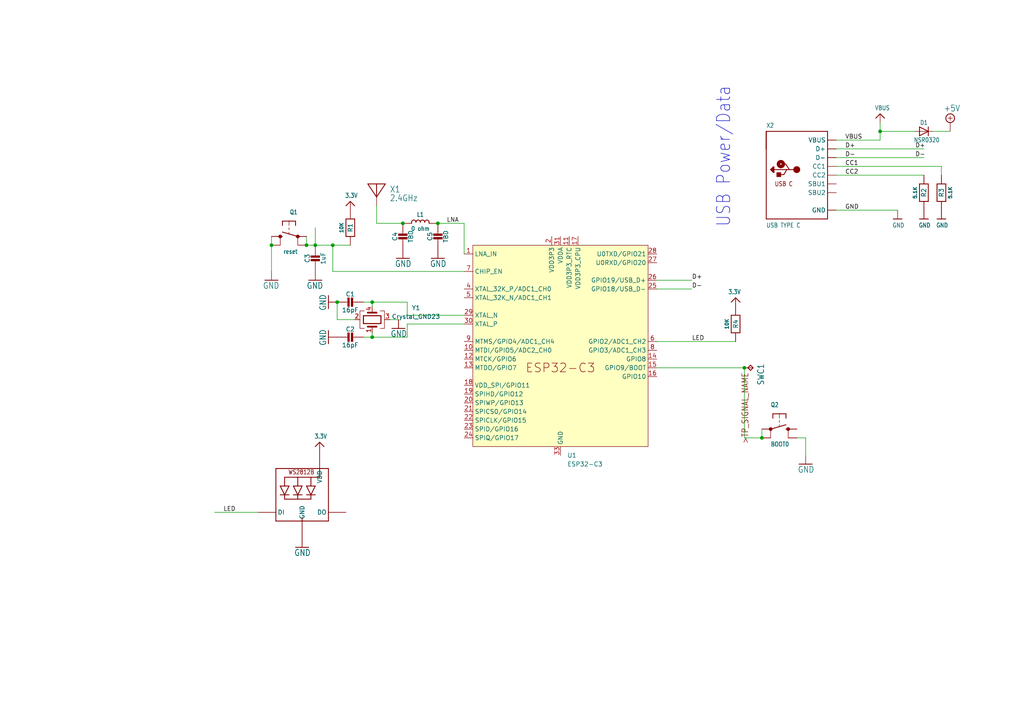
<source format=kicad_sch>
(kicad_sch (version 20230121) (generator eeschema)
  (paper "A4")
  (lib_symbols
    (symbol "Adafruit QT Py ESP32-C3-eagle-import:+5V" (power)
      (property "Value" "+5V" (at -1.905 3.175 0))
      (symbol "+5V_1_0"
        (polyline (pts (xy -0.635 1.27) (xy 0.635 1.27)) (stroke (width 0.1524)))
        (polyline (pts (xy 0 0.635) (xy 0 1.905)) (stroke (width 0.1524)))
        (circle (center 0 1.27) (radius 1.27) (stroke (width 0.254)))
        (pin power_in line (at 0 -2.54 90) (length 2.54) (name "+5V") (number "1"))
      )
    )
    (symbol "Adafruit QT Py ESP32-C3-eagle-import:3.3V" (power)
      (property "Value" "3.3V" (at -1.524 1.016 0))
      (symbol "3.3V_1_0"
        (polyline (pts (xy -1.27 -1.27) (xy 0 0)) (stroke (width 0.254)))
        (polyline (pts (xy 0 0) (xy 1.27 -1.27)) (stroke (width 0.254)))
        (pin power_in line (at 0 -2.54 90) (length 2.54) (name "3.3V") (number "1"))
      )
    )
    (symbol "Adafruit QT Py ESP32-C3-eagle-import:ANTENNA_JOHANSON_2450AT18B100"
      (property "Reference" "X" (at 3.81 1.27 0))
      (symbol "ANTENNA_JOHANSON_2450AT18B100_1_0"
        (polyline (pts (xy -2.54 3.81) (xy 0 0)) (stroke (width 0.254)))
        (polyline (pts (xy 0 0) (xy 0 3.81)) (stroke (width 0.254)))
        (polyline (pts (xy 0 0) (xy 2.54 3.81)) (stroke (width 0.254)))
        (polyline (pts (xy 0 3.81) (xy -2.54 3.81)) (stroke (width 0.254)))
        (polyline (pts (xy 2.54 3.81) (xy 0 3.81)) (stroke (width 0.254)))
        (pin passive line (at 0 -2.54 90) (length 2.54) (name "P$1") (number "FP"))
      )
    )
    (symbol "Adafruit QT Py ESP32-C3-eagle-import:CAP_CERAMIC_0402NO"
      (property "Reference" "C" (at -2.29 1.25 90))
      (symbol "CAP_CERAMIC_0402NO_1_0"
        (rectangle (start -1.27 0.508) (end 1.27 1.016) (fill (type outline)))
        (rectangle (start -1.27 1.524) (end 1.27 2.032) (fill (type outline)))
        (polyline (pts (xy 0 0.762) (xy 0 0)) (stroke (width 0.1524)))
        (polyline (pts (xy 0 2.54) (xy 0 1.778)) (stroke (width 0.1524)))
        (pin passive line (at 0 5.08 270) (length 2.54) (name "1") (number "1"))
        (pin passive line (at 0 -2.54 90) (length 2.54) (name "2") (number "2"))
      )
    )
    (symbol "Adafruit QT Py ESP32-C3-eagle-import:DIODE_SOD323MINI"
      (property "Reference" "D" (at 0 2.54 0))
      (symbol "DIODE_SOD323MINI_1_0"
        (polyline (pts (xy -1.27 -1.27) (xy 1.27 0)) (stroke (width 0.254)))
        (polyline (pts (xy -1.27 1.27) (xy -1.27 -1.27)) (stroke (width 0.254)))
        (polyline (pts (xy 1.27 0) (xy -1.27 1.27)) (stroke (width 0.254)))
        (polyline (pts (xy 1.27 0) (xy 1.27 -1.27)) (stroke (width 0.254)))
        (polyline (pts (xy 1.27 1.27) (xy 1.27 0)) (stroke (width 0.254)))
        (pin passive line (at -2.54 0 0) (length 2.54) (name "A") (number "A"))
        (pin passive line (at 2.54 0 180) (length 2.54) (name "C") (number "C"))
      )
    )
    (symbol "Adafruit QT Py ESP32-C3-eagle-import:GND" (power)
      (property "Value" "GND" (at -2.54 -2.54 0))
      (symbol "GND_1_0"
        (polyline (pts (xy -1.905 0) (xy 1.905 0)) (stroke (width 0.254)))
        (pin power_in line (at 0 2.54 270) (length 2.54) (name "GND") (number "1"))
      )
    )
    (symbol "Adafruit QT Py ESP32-C3-eagle-import:INDUCTOR_0402"
      (property "Reference" "L" (at 0 2.54 0))
      (symbol "INDUCTOR_0402_1_0"
        (arc (start -1.27 0.3173) (mid -1.9049 0.9497) (end -2.54 0.3175) (stroke (width 0.254)))
        (polyline (pts (xy -2.54 0.3175) (xy -2.54 0)) (stroke (width 0.254)))
        (polyline (pts (xy 2.54 0.3175) (xy 2.54 0)) (stroke (width 0.254)))
        (arc (start 0 0.3173) (mid -0.6349 0.9497) (end -1.27 0.3175) (stroke (width 0.254)))
        (arc (start 1.27 0.3173) (mid 0.6351 0.9497) (end 0 0.3175) (stroke (width 0.254)))
        (arc (start 2.54 0.3173) (mid 1.9051 0.9497) (end 1.27 0.3175) (stroke (width 0.254)))
        (pin passive line (at -5.08 0 0) (length 2.54) (name "1") (number "1"))
        (pin passive line (at 5.08 0 180) (length 2.54) (name "2") (number "2"))
      )
    )
    (symbol "Adafruit QT Py ESP32-C3-eagle-import:RESISTOR_0402NO"
      (property "Reference" "R" (at 0 2.54 0))
      (symbol "RESISTOR_0402NO_1_0"
        (polyline (pts (xy -2.54 -1.27) (xy -2.54 1.27)) (stroke (width 0.254)))
        (polyline (pts (xy -2.54 1.27) (xy 2.54 1.27)) (stroke (width 0.254)))
        (polyline (pts (xy 2.54 -1.27) (xy -2.54 -1.27)) (stroke (width 0.254)))
        (polyline (pts (xy 2.54 1.27) (xy 2.54 -1.27)) (stroke (width 0.254)))
        (pin passive line (at -5.08 0 0) (length 2.54) (name "1") (number "1"))
        (pin passive line (at 5.08 0 180) (length 2.54) (name "2") (number "2"))
      )
    )
    (symbol "Adafruit QT Py ESP32-C3-eagle-import:SWITCH_TACT_SMT4.6X2.8"
      (property "Reference" "SW" (at -2.54 6.35 0))
      (symbol "SWITCH_TACT_SMT4.6X2.8_1_0"
        (circle (center -2.54 0) (radius 0.127) (stroke (width 0.4064)))
        (polyline (pts (xy -2.54 -2.54) (xy -2.54 0)) (stroke (width 0.1524)))
        (polyline (pts (xy -2.54 0) (xy 1.905 1.27)) (stroke (width 0.254)))
        (polyline (pts (xy -1.905 4.445) (xy -1.905 3.175)) (stroke (width 0.254)))
        (polyline (pts (xy 0 1.27) (xy 0 0.635)) (stroke (width 0.1524)))
        (polyline (pts (xy 0 2.54) (xy 0 1.905)) (stroke (width 0.1524)))
        (polyline (pts (xy 0 4.445) (xy -1.905 4.445)) (stroke (width 0.254)))
        (polyline (pts (xy 0 4.445) (xy 0 3.175)) (stroke (width 0.1524)))
        (polyline (pts (xy 1.905 0) (xy 2.54 0)) (stroke (width 0.254)))
        (polyline (pts (xy 1.905 4.445) (xy 0 4.445)) (stroke (width 0.254)))
        (polyline (pts (xy 1.905 4.445) (xy 1.905 3.175)) (stroke (width 0.254)))
        (polyline (pts (xy 2.54 -2.54) (xy 2.54 0)) (stroke (width 0.1524)))
        (circle (center 2.54 0) (radius 0.127) (stroke (width 0.4064)))
        (pin passive line (at -5.08 0 0) (length 2.54) (name "P") (number "A"))
        (pin passive line (at -5.08 -2.54 0) (length 2.54) (name "P1") (number "A'"))
        (pin passive line (at 5.08 0 180) (length 2.54) (name "S") (number "B"))
        (pin passive line (at 5.08 -2.54 180) (length 2.54) (name "S1") (number "B'"))
      )
    )
    (symbol "Adafruit QT Py ESP32-C3-eagle-import:SWITCH_TACT_SMT_KMR2SLIM"
      (property "Reference" "SW" (at -2.54 6.35 0))
      (symbol "SWITCH_TACT_SMT_KMR2SLIM_1_0"
        (circle (center -2.54 0) (radius 0.127) (stroke (width 0.4064)))
        (polyline (pts (xy -2.54 -2.54) (xy -2.54 0)) (stroke (width 0.1524)))
        (polyline (pts (xy -2.54 0) (xy 1.905 1.27)) (stroke (width 0.254)))
        (polyline (pts (xy -1.905 4.445) (xy -1.905 3.175)) (stroke (width 0.254)))
        (polyline (pts (xy 0 1.27) (xy 0 0.635)) (stroke (width 0.1524)))
        (polyline (pts (xy 0 2.54) (xy 0 1.905)) (stroke (width 0.1524)))
        (polyline (pts (xy 0 4.445) (xy -1.905 4.445)) (stroke (width 0.254)))
        (polyline (pts (xy 0 4.445) (xy 0 3.175)) (stroke (width 0.1524)))
        (polyline (pts (xy 1.905 0) (xy 2.54 0)) (stroke (width 0.254)))
        (polyline (pts (xy 1.905 4.445) (xy 0 4.445)) (stroke (width 0.254)))
        (polyline (pts (xy 1.905 4.445) (xy 1.905 3.175)) (stroke (width 0.254)))
        (polyline (pts (xy 2.54 -2.54) (xy 2.54 0)) (stroke (width 0.1524)))
        (circle (center 2.54 0) (radius 0.127) (stroke (width 0.4064)))
        (pin passive line (at -5.08 0 0) (length 2.54) (name "P") (number "A"))
        (pin passive line (at -5.08 -2.54 0) (length 2.54) (name "P1") (number "A'"))
        (pin passive line (at 5.08 0 180) (length 2.54) (name "S") (number "B"))
        (pin passive line (at 5.08 -2.54 180) (length 2.54) (name "S1") (number "B'"))
      )
    )
    (symbol "Adafruit QT Py ESP32-C3-eagle-import:TPB1,27"
      (property "Reference" "TP" (at -1.27 1.27 0))
      (symbol "TPB1,27_1_0"
        (polyline (pts (xy -0.762 -0.762) (xy 0 0)) (stroke (width 0.254)))
        (polyline (pts (xy 0 -1.524) (xy -0.762 -0.762)) (stroke (width 0.254)))
        (polyline (pts (xy 0 0) (xy 0.762 -0.762)) (stroke (width 0.254)))
        (polyline (pts (xy 0.762 -0.762) (xy 0 -1.524)) (stroke (width 0.254)))
        (text ">TP_SIGNAL_NAME" (at 1.27 -1.27 0) (effects (font (size 1.778 1.5113)) (justify left bottom)))
        (pin input line (at 0 -2.54 90) (length 2.54) (name "TP") (number "TP"))
      )
    )
    (symbol "Adafruit QT Py ESP32-C3-eagle-import:USB_C"
      (property "Reference" "X" (at -10.16 13.716 0))
      (symbol "USB_C_1_0"
        (rectangle (start -7.12 -0.45) (end -5.92 0.75) (fill (type outline)))
        (circle (center -5.92 3.2) (radius 0.2) (stroke (width 1)))
        (circle (center -1.32 1.6) (radius 0.5) (stroke (width 1)))
        (polyline (pts (xy -10.2 7.62) (xy -10.16 12.7)) (stroke (width 0.254)))
        (polyline (pts (xy -10.16 -12.7) (xy 7.62 -12.7)) (stroke (width 0.254)))
        (polyline (pts (xy -10.16 12.7) (xy -10.16 -12.7)) (stroke (width 0.254)))
        (polyline (pts (xy -10.16 12.7) (xy 7.62 12.7)) (stroke (width 0.254)))
        (polyline (pts (xy -8.92 1.6) (xy -8.12 2.4)) (stroke (width 0.254)))
        (polyline (pts (xy -8.52 1.4) (xy -8.32 1.2)) (stroke (width 0.254)))
        (polyline (pts (xy -8.52 1.6) (xy -8.52 1.4)) (stroke (width 0.254)))
        (polyline (pts (xy -8.32 1.2) (xy -8.32 2)) (stroke (width 0.254)))
        (polyline (pts (xy -8.32 2) (xy -8.72 1.6)) (stroke (width 0.254)))
        (polyline (pts (xy -8.12 0.8) (xy -8.92 1.6)) (stroke (width 0.254)))
        (polyline (pts (xy -8.12 1) (xy -8.12 2.4)) (stroke (width 0.254)))
        (polyline (pts (xy -8.12 2.4) (xy -7.92 2.4)) (stroke (width 0.254)))
        (polyline (pts (xy -7.92 0.8) (xy -8.12 0.8)) (stroke (width 0.254)))
        (polyline (pts (xy -7.92 1.6) (xy -7.92 0.8)) (stroke (width 0.254)))
        (polyline (pts (xy -7.92 2.4) (xy -7.92 1.6)) (stroke (width 0.254)))
        (polyline (pts (xy -6.27 0.15) (xy -5.07 0.15)) (stroke (width 0.254)))
        (polyline (pts (xy -5.52 3.2) (xy -4.52 3.2)) (stroke (width 0.254)))
        (polyline (pts (xy -5.07 0.15) (xy -4.22 1.6)) (stroke (width 0.254)))
        (polyline (pts (xy -4.52 3.2) (xy -3.47 1.6)) (stroke (width 0.254)))
        (polyline (pts (xy -4.22 1.6) (xy -7.92 1.6)) (stroke (width 0.254)))
        (polyline (pts (xy -3.47 1.6) (xy -4.22 1.6)) (stroke (width 0.254)))
        (polyline (pts (xy -1.32 1.6) (xy -3.47 1.6)) (stroke (width 0.254)))
        (polyline (pts (xy 7.62 12.7) (xy 7.62 -12.7)) (stroke (width 0.254)))
        (text "USB C" (at -5.08 -2.54 0) (effects (font (size 1.27 1.0795))))
        (pin power_in line (at 10.16 -10.16 180) (length 2.54) (name "GND") (number "A1B12"))
        (pin power_in line (at 10.16 10.16 180) (length 2.54) (name "VBUS") (number "A4B9"))
        (pin bidirectional line (at 10.16 2.54 180) (length 2.54) (name "CC1") (number "A5"))
        (pin bidirectional line (at 10.16 7.62 180) (length 2.54) (name "D+") (number "A6"))
        (pin bidirectional line (at 10.16 5.08 180) (length 2.54) (name "D-") (number "A7"))
        (pin bidirectional line (at 10.16 -2.54 180) (length 2.54) (name "SBU1") (number "A8"))
        (pin power_in line (at 10.16 -10.16 180) (length 2.54) (name "GND") (number "B1A12"))
        (pin power_in line (at 10.16 10.16 180) (length 2.54) (name "VBUS") (number "B4A9"))
        (pin bidirectional line (at 10.16 0 180) (length 2.54) (name "CC2") (number "B5"))
        (pin bidirectional line (at 10.16 7.62 180) (length 2.54) (name "D+") (number "B6"))
        (pin bidirectional line (at 10.16 5.08 180) (length 2.54) (name "D-") (number "B7"))
        (pin bidirectional line (at 10.16 -5.08 180) (length 2.54) (name "SBU2") (number "B8"))
      )
    )
    (symbol "Adafruit QT Py ESP32-C3-eagle-import:VBUS" (power)
      (property "Value" "VBUS" (at -1.524 1.016 0))
      (symbol "VBUS_1_0"
        (polyline (pts (xy -1.27 -1.27) (xy 0 0)) (stroke (width 0.254)))
        (polyline (pts (xy 0 0) (xy 1.27 -1.27)) (stroke (width 0.254)))
        (pin power_in line (at 0 -2.54 90) (length 2.54) (name "VBUS") (number "1"))
      )
    )
    (symbol "Adafruit QT Py ESP32-C3-eagle-import:WS2812B_SK6805_1515"
      (symbol "WS2812B_SK6805_1515_1_0"
        (polyline (pts (xy -7.62 -5.08) (xy 0 -5.08)) (stroke (width 0.254)))
        (polyline (pts (xy -7.62 -2.54) (xy -7.62 -5.08)) (stroke (width 0.254)))
        (polyline (pts (xy -7.62 10.16) (xy -7.62 -2.54)) (stroke (width 0.254)))
        (polyline (pts (xy -6.35 2.54) (xy -5.08 2.54)) (stroke (width 0.254)))
        (polyline (pts (xy -6.35 5.08) (xy -5.08 5.08)) (stroke (width 0.254)))
        (polyline (pts (xy -5.08 2.54) (xy -6.35 5.08)) (stroke (width 0.254)))
        (polyline (pts (xy -5.08 2.54) (xy -5.08 1.27)) (stroke (width 0.254)))
        (polyline (pts (xy -5.08 2.54) (xy -3.81 5.08)) (stroke (width 0.254)))
        (polyline (pts (xy -5.08 5.08) (xy -3.81 5.08)) (stroke (width 0.254)))
        (polyline (pts (xy -5.08 7.62) (xy -5.08 5.08)) (stroke (width 0.254)))
        (polyline (pts (xy -3.81 2.54) (xy -5.08 2.54)) (stroke (width 0.254)))
        (polyline (pts (xy -2.54 2.54) (xy -1.27 2.54)) (stroke (width 0.254)))
        (polyline (pts (xy -2.54 5.08) (xy 0 5.08)) (stroke (width 0.254)))
        (polyline (pts (xy -1.27 1.27) (xy -5.08 1.27)) (stroke (width 0.254)))
        (polyline (pts (xy -1.27 2.54) (xy -2.54 5.08)) (stroke (width 0.254)))
        (polyline (pts (xy -1.27 2.54) (xy -1.27 1.27)) (stroke (width 0.254)))
        (polyline (pts (xy -1.27 2.54) (xy 0 2.54)) (stroke (width 0.254)))
        (polyline (pts (xy -1.27 5.08) (xy -1.27 7.62)) (stroke (width 0.254)))
        (polyline (pts (xy -1.27 7.62) (xy -5.08 7.62)) (stroke (width 0.254)))
        (polyline (pts (xy 0 -5.08) (xy 7.62 -5.08)) (stroke (width 0.254)))
        (polyline (pts (xy 0 -4.064) (xy 0 -5.08)) (stroke (width 0.254)))
        (polyline (pts (xy 0 5.08) (xy -1.27 2.54)) (stroke (width 0.254)))
        (polyline (pts (xy 1.27 5.08) (xy 2.54 2.54)) (stroke (width 0.254)))
        (polyline (pts (xy 1.27 5.08) (xy 2.54 5.08)) (stroke (width 0.254)))
        (polyline (pts (xy 2.54 1.27) (xy -1.27 1.27)) (stroke (width 0.254)))
        (polyline (pts (xy 2.54 2.54) (xy 1.27 2.54)) (stroke (width 0.254)))
        (polyline (pts (xy 2.54 2.54) (xy 2.54 1.27)) (stroke (width 0.254)))
        (polyline (pts (xy 2.54 2.54) (xy 3.81 2.54)) (stroke (width 0.254)))
        (polyline (pts (xy 2.54 2.54) (xy 3.81 5.08)) (stroke (width 0.254)))
        (polyline (pts (xy 2.54 5.08) (xy 2.54 7.62)) (stroke (width 0.254)))
        (polyline (pts (xy 2.54 7.62) (xy -1.27 7.62)) (stroke (width 0.254)))
        (polyline (pts (xy 2.54 7.62) (xy 5.08 7.62)) (stroke (width 0.254)))
        (polyline (pts (xy 3.81 5.08) (xy 2.54 5.08)) (stroke (width 0.254)))
        (polyline (pts (xy 5.08 10.16) (xy -7.62 10.16)) (stroke (width 0.254)))
        (polyline (pts (xy 5.08 10.16) (xy 5.08 7.62)) (stroke (width 0.254)))
        (polyline (pts (xy 7.62 -5.08) (xy 7.62 -2.54)) (stroke (width 0.254)))
        (polyline (pts (xy 7.62 -2.54) (xy 7.62 10.16)) (stroke (width 0.254)))
        (polyline (pts (xy 7.62 10.16) (xy 5.08 10.16)) (stroke (width 0.254)))
        (text "WS2812B" (at -4.064 8.382 0) (effects (font (size 1.27 1.0795)) (justify left bottom)))
        (pin input line (at -12.7 -2.54 0) (length 5.08) (name "DI") (number "1"))
        (pin power_in line (at 5.08 15.24 270) (length 5.08) (name "VDD") (number "2"))
        (pin output line (at 12.7 -2.54 180) (length 5.08) (name "DO") (number "3"))
        (pin power_in line (at 0 -10.16 90) (length 5.08) (name "GND") (number "4"))
      )
    )
    (symbol "Adafruit QT Py ESP32-C3-eagle-import:microbuilder_GND" (power)
      (property "Value" "microbuilder_GND" (at -1.524 -2.54 0))
      (symbol "microbuilder_GND_1_0"
        (polyline (pts (xy -1.27 0) (xy 1.27 0)) (stroke (width 0.254)))
        (pin power_in line (at 0 2.54 270) (length 2.54) (name "GND") (number "1"))
      )
    )
    (symbol "Device:Crystal_GND23" (pin_names (offset 1.016) hide)
      (property "Reference" "Y" (at 3.175 5.08 0))
      (property "Value" "Crystal_GND23" (at 3.175 3.175 0))
      (symbol "Crystal_GND23_0_1"
        (rectangle (start -1.143 2.54) (end 1.143 -2.54) (stroke (width 0.3048)))
        (polyline (pts (xy -2.54 0) (xy -2.032 0)))
        (polyline (pts (xy -2.032 -1.27) (xy -2.032 1.27)) (stroke (width 0.508)))
        (polyline (pts (xy 0 -3.81) (xy 0 -3.556)))
        (polyline (pts (xy 0 3.556) (xy 0 3.81)))
        (polyline (pts (xy 2.032 -1.27) (xy 2.032 1.27)) (stroke (width 0.508)))
        (polyline (pts (xy 2.032 0) (xy 2.54 0)))
        (polyline (pts (xy -2.54 -2.286) (xy -2.54 -3.556) (xy 2.54 -3.556) (xy 2.54 -2.286)))
        (polyline (pts (xy -2.54 2.286) (xy -2.54 3.556) (xy 2.54 3.556) (xy 2.54 2.286)))
      )
      (symbol "Crystal_GND23_1_1"
        (pin passive line (at -3.81 0 0) (length 1.27) (name "1") (number "1"))
        (pin passive line (at 0 5.08 270) (length 1.27) (name "2") (number "2"))
        (pin passive line (at 0 -5.08 90) (length 1.27) (name "3") (number "3"))
        (pin passive line (at 3.81 0 180) (length 1.27) (name "4") (number "4"))
      )
    )
    (symbol "Espressif:ESP32-C3"
      (property "Reference" "U" (at -25.4 35.56 0))
      (property "Value" "ESP32-C3" (at -25.4 33.02 0))
      (symbol "ESP32-C3_0_0"
        (text "ESP32-C3" (at 0 -5.08 0) (effects (font (size 2.54 2.54))))
        (pin bidirectional line (at -27.94 27.94 0) (length 2.54) (name "LNA_IN") (number "1"))
        (pin bidirectional line (at -27.94 0 0) (length 2.54) (name "MTDI/GPIO5/ADC2_CH0") (number "10"))
        (pin power_in line (at 2.54 33.02 270) (length 2.54) (name "VDD3P3_RTC") (number "11"))
        (pin bidirectional line (at -27.94 -2.54 0) (length 2.54) (name "MTCK/GPIO6") (number "12"))
        (pin bidirectional line (at -27.94 -5.08 0) (length 2.54) (name "MTDO/GPIO7") (number "13"))
        (pin bidirectional line (at 27.94 -2.54 180) (length 2.54) (name "GPIO8") (number "14"))
        (pin bidirectional line (at 27.94 -5.08 180) (length 2.54) (name "GPIO9/BOOT") (number "15"))
        (pin bidirectional line (at 27.94 -7.62 180) (length 2.54) (name "GPIO10") (number "16"))
        (pin power_in line (at 5.08 33.02 270) (length 2.54) (name "VDD3P3_CPU") (number "17"))
        (pin bidirectional line (at -27.94 -10.16 0) (length 2.54) (name "VDD_SPI/GPIO11") (number "18"))
        (pin bidirectional line (at -27.94 -12.7 0) (length 2.54) (name "SPIHD/GPIO12") (number "19"))
        (pin power_in line (at -2.54 33.02 270) (length 2.54) (name "VDD3P3") (number "2"))
        (pin bidirectional line (at -27.94 -15.24 0) (length 2.54) (name "SPIWP/GPIO13") (number "20"))
        (pin bidirectional line (at -27.94 -17.78 0) (length 2.54) (name "SPICS0/GPIO14") (number "21"))
        (pin bidirectional line (at -27.94 -20.32 0) (length 2.54) (name "SPICLK/GPIO15") (number "22"))
        (pin bidirectional line (at -27.94 -22.86 0) (length 2.54) (name "SPID/GPIO16") (number "23"))
        (pin bidirectional line (at -27.94 -25.4 0) (length 2.54) (name "SPIQ/GPIO17") (number "24"))
        (pin bidirectional line (at 27.94 17.78 180) (length 2.54) (name "GPIO18/USB_D-") (number "25"))
        (pin bidirectional line (at 27.94 20.32 180) (length 2.54) (name "GPIO19/USB_D+") (number "26"))
        (pin bidirectional line (at 27.94 25.4 180) (length 2.54) (name "U0RXD/GPIO20") (number "27"))
        (pin bidirectional line (at 27.94 27.94 180) (length 2.54) (name "U0TXD/GPIO21") (number "28"))
        (pin output line (at -27.94 10.16 0) (length 2.54) (name "XTAL_N") (number "29"))
        (pin input line (at -27.94 7.62 0) (length 2.54) (name "XTAL_P") (number "30"))
        (pin power_in line (at 0 33.02 270) (length 2.54) (name "VDDA") (number "31"))
        (pin power_in line (at 0 -30.48 90) (length 2.54) (name "GND") (number "33"))
        (pin output line (at -27.94 17.78 0) (length 2.54) (name "XTAL_32K_P/ADC1_CH0") (number "4"))
        (pin input line (at -27.94 15.24 0) (length 2.54) (name "XTAL_32K_N/ADC1_CH1") (number "5"))
        (pin bidirectional line (at 27.94 2.54 180) (length 2.54) (name "GPIO2/ADC1_CH2") (number "6"))
        (pin input line (at -27.94 22.86 0) (length 2.54) (name "CHIP_EN") (number "7"))
        (pin bidirectional line (at 27.94 0 180) (length 2.54) (name "GPIO3/ADC1_CH3") (number "8"))
        (pin bidirectional line (at -27.94 2.54 0) (length 2.54) (name "MTMS/GPIO4/ADC1_CH4") (number "9"))
      )
      (symbol "ESP32-C3_0_1"
        (rectangle (start -25.4 30.48) (end 25.4 -27.94) (fill (type background)))
        (pin passive line (at -2.54 33.02 270) (length 2.54) hide (name "VDD3P3") (number "3"))
        (pin passive line (at 0 33.02 270) (length 2.54) hide (name "VDDA") (number "32"))
      )
    )
  )
  (junction (at 215.9 106.68))
  (junction (at 116.84 64.77))
  (junction (at 96.52 71.12))
  (junction (at 97.79 87.63))
  (junction (at 91.44 71.12))
  (junction (at 107.95 97.79))
  (junction (at 127 64.77))
  (junction (at 78.74 71.12))
  (junction (at 220.98 127))
  (junction (at 107.95 87.63))
  (junction (at 88.9 71.12))
  (junction (at 255.27 38.1))
  (wire (pts (xy 190.5 106.68) (xy 215.9 106.68)) (stroke (width 0.1524)))
  (wire (pts (xy 255.27 40.64) (xy 242.57 40.64)) (stroke (width 0.1524)))
  (wire (pts (xy 116.84 64.77) (xy 109.22 64.77)) (stroke (width 0.1524)))
  (wire (pts (xy 96.52 71.12) (xy 101.6 71.12)) (stroke (width 0.1524)))
  (wire (pts (xy 78.74 78.74) (xy 78.74 71.12)) (stroke (width 0.1524)))
  (wire (pts (xy 118.11 97.79) (xy 118.11 93.98)))
  (wire (pts (xy 190.5 99.06) (xy 213.36 99.06)) (stroke (width 0.1524)))
  (wire (pts (xy 242.57 48.26) (xy 273.05 48.26)) (stroke (width 0.1524)))
  (wire (pts (xy 134.62 78.74) (xy 96.52 78.74)))
  (wire (pts (xy 109.22 64.77) (xy 109.22 59.69)) (stroke (width 0.1524)))
  (wire (pts (xy 220.98 124.46) (xy 220.98 127)) (stroke (width 0.1524)))
  (wire (pts (xy 260.35 60.96) (xy 242.57 60.96)) (stroke (width 0.1524)))
  (wire (pts (xy 102.87 92.71) (xy 97.79 92.71)))
  (wire (pts (xy 231.14 127) (xy 233.68 127)) (stroke (width 0.1524)))
  (wire (pts (xy 118.11 91.44) (xy 134.62 91.44)))
  (wire (pts (xy 134.62 64.77) (xy 134.62 73.66)))
  (wire (pts (xy 190.5 81.28) (xy 200.66 81.28)) (stroke (width 0.1524)))
  (wire (pts (xy 273.05 48.26) (xy 273.05 50.8)) (stroke (width 0.1524)))
  (wire (pts (xy 233.68 132.08) (xy 233.68 127)) (stroke (width 0.1524)))
  (wire (pts (xy 255.27 38.1) (xy 255.27 40.64)) (stroke (width 0.1524)))
  (wire (pts (xy 78.74 68.58) (xy 78.74 71.12)) (stroke (width 0.1524)))
  (wire (pts (xy 107.95 96.52) (xy 107.95 97.79)))
  (wire (pts (xy 118.11 87.63) (xy 118.11 91.44)))
  (wire (pts (xy 242.57 50.8) (xy 267.97 50.8)) (stroke (width 0.1524)))
  (wire (pts (xy 220.98 127) (xy 215.9 127)) (stroke (width 0.1524)))
  (wire (pts (xy 107.95 88.9) (xy 107.95 87.63)))
  (wire (pts (xy 242.57 45.72) (xy 267.97 45.72)) (stroke (width 0.1524)))
  (wire (pts (xy 74.93 148.59) (xy 62.23 148.59)) (stroke (width 0.1524)))
  (wire (pts (xy 88.9 71.12) (xy 91.44 71.12)) (stroke (width 0.1524)))
  (wire (pts (xy 105.41 97.79) (xy 107.95 97.79)))
  (wire (pts (xy 118.11 93.98) (xy 134.62 93.98)))
  (wire (pts (xy 88.9 71.12) (xy 88.9 68.58)) (stroke (width 0.1524)))
  (wire (pts (xy 91.44 66.04) (xy 91.44 71.12)) (stroke (width 0.1524)))
  (wire (pts (xy 113.03 92.71) (xy 115.57 92.71)))
  (wire (pts (xy 97.79 92.71) (xy 97.79 87.63)))
  (wire (pts (xy 215.9 127) (xy 215.9 106.68)) (stroke (width 0.1524)))
  (wire (pts (xy 91.44 71.12) (xy 96.52 71.12)) (stroke (width 0.1524)))
  (wire (pts (xy 190.5 83.82) (xy 200.66 83.82)) (stroke (width 0.1524)))
  (wire (pts (xy 270.51 38.1) (xy 275.59 38.1)) (stroke (width 0.1524)))
  (wire (pts (xy 107.95 87.63) (xy 118.11 87.63)))
  (wire (pts (xy 127 64.77) (xy 134.62 64.77)))
  (wire (pts (xy 255.27 38.1) (xy 265.43 38.1)) (stroke (width 0.1524)))
  (wire (pts (xy 255.27 35.56) (xy 255.27 38.1)) (stroke (width 0.1524)))
  (wire (pts (xy 107.95 97.79) (xy 118.11 97.79)))
  (wire (pts (xy 96.52 78.74) (xy 96.52 71.12)))
  (wire (pts (xy 242.57 43.18) (xy 267.97 43.18)) (stroke (width 0.1524)))
  (wire (pts (xy 105.41 87.63) (xy 107.95 87.63)))
  (text "USB Power/Data" (at 212.09 66.04 90) (effects (font (size 3.81 3.2385)) (justify left bottom)))
  (label "CC2" (at 245.11 50.8 0) (effects (font (size 1.2446 1.2446))))
  (label "GND" (at 245.11 60.96 0) (effects (font (size 1.2446 1.2446))))
  (label "VBUS" (at 245.11 40.64 0) (effects (font (size 1.2446 1.2446))))
  (label "D-" (at 200.66 83.82 0))
  (label "LED" (at 64.77 148.59 0) (effects (font (size 1.2446 1.2446))))
  (label "CC1" (at 245.11 48.26 0) (effects (font (size 1.2446 1.2446))))
  (label "D+" (at 245.11 43.18 0) (effects (font (size 1.2446 1.2446))))
  (label "D-" (at 265.43 45.72 0) (effects (font (size 1.2446 1.2446))))
  (label "D+" (at 200.66 81.28 0))
  (label "D+" (at 265.43 43.18 0) (effects (font (size 1.2446 1.2446))))
  (label "LED" (at 200.66 99.06 0))
  (label "D-" (at 245.11 45.72 0) (effects (font (size 1.2446 1.2446))))
  (label "LNA" (at 129.54 64.77 0) (effects (font (size 1.2446 1.2446))))
  (symbol (lib_id "Adafruit QT Py ESP32-C3-eagle-import:DIODE_SOD323MINI") (at 267.97 38.1 0) (unit 1)
    (property "Reference" "D1" (at 267.97 35.56 0) (effects (font (size 1.27 1.0795))))
    (property "Value" "  NSR0320" (at 267.97 40.6 0) (effects (font (size 1.27 1.0795))))
    (property "Footprint" "Adafruit QT Py ESP32-C3:SOD-323_MINI" (effects hide))
  )
  (symbol (lib_id "Adafruit QT Py ESP32-C3-eagle-import:GND") (at 116.84 74.93 0) (mirror y) (unit 1)
    (property "Reference" "#GND06" (effects hide))
    (property "Value" "GND" (at 119.38 77.47 0) (effects (font (size 1.778 1.5113)) (justify left bottom)))
  )
  (symbol (lib_id "Adafruit QT Py ESP32-C3-eagle-import:INDUCTOR_0402") (at 121.92 64.77 0) (unit 1)
    (property "Reference" "L1" (at 121.92 62.23 0) (effects (font (size 1.27 1.0795))))
    (property "Value" "0 ohm" (at 121.92 66.31 0) (effects (font (size 1.27 1.0795))))
    (property "Footprint" "Adafruit QT Py ESP32-C3:_0402" (effects hide))
  )
  (symbol (lib_id "Adafruit QT Py ESP32-C3-eagle-import:GND") (at 115.57 95.25 0) (mirror y) (unit 1)
    (property "Reference" "#GND03" (effects hide))
    (property "Value" "GND" (at 118.11 97.79 0) (effects (font (size 1.778 1.5113)) (justify left bottom)))
  )
  (symbol (lib_id "Adafruit QT Py ESP32-C3-eagle-import:VBUS") (at 255.27 33.02 0) (unit 1)
    (property "Reference" "#U$02" (effects hide))
    (property "Value" "VBUS" (at 253.746 32.004 0) (effects (font (size 1.27 1.0795)) (justify left bottom)))
  )
  (symbol (lib_id "Adafruit QT Py ESP32-C3-eagle-import:USB_C") (at 232.41 50.8 0) (unit 1)
    (property "Reference" "X2" (at 222.25 37.084 0) (effects (font (size 1.27 1.0795)) (justify left bottom)))
    (property "Value" "USB TYPE C" (at 222.25 66.04 0) (effects (font (size 1.27 1.0795)) (justify left bottom)))
    (property "Footprint" "Adafruit QT Py ESP32-C3:USB_C_CUSB31-CFM2AX-01-X" (effects hide))
  )
  (symbol (lib_id "Adafruit QT Py ESP32-C3-eagle-import:RESISTOR_0402NO") (at 213.36 93.98 270) (unit 1)
    (property "Reference" "R4" (at 213.36 93.98 0))
    (property "Value" "10K" (at 210.82 93.98 0) (effects (font (size 1.016 1.016) bold)))
    (property "Footprint" "Adafruit QT Py ESP32-C3:_0402NO" (effects hide))
  )
  (symbol (lib_id "Adafruit QT Py ESP32-C3-eagle-import:CAP_CERAMIC_0402NO") (at 100.33 97.79 270) (unit 1)
    (property "Reference" "C2" (at 101.58 95.5 90))
    (property "Value" "16pF" (at 101.58 100.09 90))
    (property "Footprint" "Adafruit QT Py ESP32-C3:_0402NO" (effects hide))
  )
  (symbol (lib_id "Adafruit QT Py ESP32-C3-eagle-import:microbuilder_GND") (at 267.97 63.5 0) (unit 1)
    (property "Reference" "#U$04" (effects hide))
    (property "Value" "GND" (at 266.446 66.04 0) (effects (font (size 1.27 1.0795)) (justify left bottom)))
  )
  (symbol (lib_id "Adafruit QT Py ESP32-C3-eagle-import:GND") (at 78.74 81.28 0) (unit 1)
    (property "Reference" "#GND04" (effects hide))
    (property "Value" "GND" (at 76.2 83.82 0) (effects (font (size 1.778 1.5113)) (justify left bottom)))
  )
  (symbol (lib_id "Adafruit QT Py ESP32-C3-eagle-import:WS2812B_SK6805_1515") (at 87.63 146.05 0) (unit 1)
    (property "Reference" "LED1" (effects hide))
    (property "Value" "WS2812B_SK6805_1515" (effects hide))
    (property "Footprint" "Adafruit QT Py ESP32-C3:SK6805_1515" (effects hide))
  )
  (symbol (lib_id "Adafruit QT Py ESP32-C3-eagle-import:SWITCH_TACT_SMT4.6X2.8") (at 226.06 124.46 0) (unit 1)
    (property "Reference" "Q2" (at 223.52 118.11 0) (effects (font (size 1.27 1.0795)) (justify left bottom)))
    (property "Value" "BOOT0" (at 223.52 129.54 0) (effects (font (size 1.27 1.0795)) (justify left bottom)))
    (property "Footprint" "Adafruit QT Py ESP32-C3:BTN_KMR2_4.6X2.8" (effects hide))
  )
  (symbol (lib_id "Adafruit QT Py ESP32-C3-eagle-import:RESISTOR_0402NO") (at 267.97 55.88 90) (unit 1)
    (property "Reference" "R2" (at 267.97 55.88 0))
    (property "Value" "5.1K" (at 265.43 55.88 0) (effects (font (size 1.016 1.016) bold)))
    (property "Footprint" "Adafruit QT Py ESP32-C3:_0402NO" (effects hide))
  )
  (symbol (lib_id "Adafruit QT Py ESP32-C3-eagle-import:RESISTOR_0402NO") (at 101.6 66.04 270) (unit 1)
    (property "Reference" "R1" (at 101.6 66.04 0))
    (property "Value" "10K" (at 99.06 66.04 0) (effects (font (size 1.016 1.016) bold)))
    (property "Footprint" "Adafruit QT Py ESP32-C3:_0402NO" (effects hide))
  )
  (symbol (lib_id "Adafruit QT Py ESP32-C3-eagle-import:+5V") (at 275.59 35.56 0) (unit 1)
    (property "Reference" "#SUPPLY01" (effects hide))
    (property "Value" "+5V" (at 273.685 32.385 0) (effects (font (size 1.778 1.5113)) (justify left bottom)))
  )
  (symbol (lib_id "Adafruit QT Py ESP32-C3-eagle-import:CAP_CERAMIC_0402NO") (at 127 69.85 0) (unit 1)
    (property "Reference" "C5" (at 124.71 68.6 90))
    (property "Value" "TBD" (at 129.3 68.6 90))
    (property "Footprint" "Adafruit QT Py ESP32-C3:_0402NO" (effects hide))
  )
  (symbol (lib_id "Adafruit QT Py ESP32-C3-eagle-import:microbuilder_GND") (at 273.05 63.5 0) (unit 1)
    (property "Reference" "#U$05" (effects hide))
    (property "Value" "GND" (at 271.526 66.04 0) (effects (font (size 1.27 1.0795)) (justify left bottom)))
  )
  (symbol (lib_id "Adafruit QT Py ESP32-C3-eagle-import:GND") (at 95.25 87.63 270) (mirror x) (unit 1)
    (property "Reference" "#GND01" (effects hide))
    (property "Value" "GND" (at 92.71 90.17 0) (effects (font (size 1.778 1.5113)) (justify left bottom)))
  )
  (symbol (lib_id "Adafruit QT Py ESP32-C3-eagle-import:SWITCH_TACT_SMT_KMR2SLIM") (at 83.82 68.58 0) (mirror y) (unit 1)
    (property "Reference" "Q1" (at 86.36 62.23 0) (effects (font (size 1.27 1.0795)) (justify left bottom)))
    (property "Value" "reset" (at 86.36 73.66 0) (effects (font (size 1.27 1.0795)) (justify left bottom)))
    (property "Footprint" "Adafruit QT Py ESP32-C3:BTN_KMR2_SLIM" (effects hide))
  )
  (symbol (lib_id "Adafruit QT Py ESP32-C3-eagle-import:3.3V") (at 92.71 128.27 0) (unit 1)
    (property "Reference" "#U$06" (effects hide))
    (property "Value" "3.3V" (at 91.186 127.254 0) (effects (font (size 1.27 1.0795)) (justify left bottom)))
  )
  (symbol (lib_id "Adafruit QT Py ESP32-C3-eagle-import:GND") (at 233.68 134.62 0) (mirror y) (unit 1)
    (property "Reference" "#GND08" (effects hide))
    (property "Value" "GND" (at 236.22 137.16 0) (effects (font (size 1.778 1.5113)) (justify left bottom)))
  )
  (symbol (lib_id "Adafruit QT Py ESP32-C3-eagle-import:3.3V") (at 213.36 86.36 0) (mirror y) (unit 1)
    (property "Reference" "#U$07" (effects hide))
    (property "Value" "3.3V" (at 214.884 85.344 0) (effects (font (size 1.27 1.0795)) (justify left bottom)))
  )
  (symbol (lib_id "Adafruit QT Py ESP32-C3-eagle-import:ANTENNA_JOHANSON_2450AT18B100") (at 109.22 57.15 0) (unit 1)
    (property "Reference" "X1" (at 113.03 55.88 0) (effects (font (size 1.778 1.5113)) (justify left bottom)))
    (property "Value" "2.4GHz" (at 113.03 58.42 0) (effects (font (size 1.778 1.5113)) (justify left bottom)))
    (property "Footprint" "Adafruit QT Py ESP32-C3:ANT_2450AT18B100" (effects hide))
  )
  (symbol (lib_id "Adafruit QT Py ESP32-C3-eagle-import:GND") (at 91.44 81.28 0) (unit 1)
    (property "Reference" "#GND05" (effects hide))
    (property "Value" "GND" (at 88.9 83.82 0) (effects (font (size 1.778 1.5113)) (justify left bottom)))
  )
  (symbol (lib_id "Adafruit QT Py ESP32-C3-eagle-import:GND") (at 87.63 158.75 0) (mirror y) (unit 1)
    (property "Reference" "#GND09" (effects hide))
    (property "Value" "GND" (at 90.17 161.29 0) (effects (font (size 1.778 1.5113)) (justify left bottom)))
  )
  (symbol (lib_id "Adafruit QT Py ESP32-C3-eagle-import:GND") (at 127 74.93 0) (mirror y) (unit 1)
    (property "Reference" "#GND07" (effects hide))
    (property "Value" "GND" (at 129.54 77.47 0) (effects (font (size 1.778 1.5113)) (justify left bottom)))
  )
  (symbol (lib_id "Adafruit QT Py ESP32-C3-eagle-import:microbuilder_GND") (at 260.35 63.5 0) (unit 1)
    (property "Reference" "#U$03" (effects hide))
    (property "Value" "GND" (at 258.826 66.04 0) (effects (font (size 1.27 1.0795)) (justify left bottom)))
  )
  (symbol (lib_id "Device:Crystal_GND23") (at 107.95 92.71 90) (unit 1)
    (property "Reference" "Y1" (at 120.65 89.2811 90))
    (property "Value" "Crystal_GND23" (at 120.65 91.8211 90))
  )
  (symbol (lib_id "Espressif:ESP32-C3") (at 162.56 101.6 0) (unit 1)
    (property "Reference" "U1" (at 164.5159 132.08 0) (effects (justify left)))
    (property "Value" "ESP32-C3" (at 164.5159 134.62 0) (effects (justify left)))
    (property "Footprint" "Package_DFN_QFN:QFN-32-1EP_5x5mm_P0.5mm_EP3.45x3.45mm" (effects hide))
    (property "Datasheet" "https://www.espressif.com/sites/default/files/documentation/esp32-c3_datasheet_en.pdf" (effects hide))
  )
  (symbol (lib_id "Adafruit QT Py ESP32-C3-eagle-import:RESISTOR_0402NO") (at 273.05 55.88 90) (unit 1)
    (property "Reference" "R3" (at 273.05 55.88 0))
    (property "Value" "5.1K" (at 275.59 55.88 0) (effects (font (size 1.016 1.016) bold)))
    (property "Footprint" "Adafruit QT Py ESP32-C3:_0402NO" (effects hide))
  )
  (symbol (lib_id "Adafruit QT Py ESP32-C3-eagle-import:3.3V") (at 101.6 58.42 0) (unit 1)
    (property "Reference" "#U$01" (effects hide))
    (property "Value" "3.3V" (at 100.076 57.404 0) (effects (font (size 1.27 1.0795)) (justify left bottom)))
  )
  (symbol (lib_id "Adafruit QT Py ESP32-C3-eagle-import:CAP_CERAMIC_0402NO") (at 116.84 69.85 0) (unit 1)
    (property "Reference" "C4" (at 114.55 68.6 90))
    (property "Value" "TBD" (at 119.14 68.6 90))
    (property "Footprint" "Adafruit QT Py ESP32-C3:_0402NO" (effects hide))
  )
  (symbol (lib_id "Adafruit QT Py ESP32-C3-eagle-import:CAP_CERAMIC_0402NO") (at 91.44 76.2 0) (unit 1)
    (property "Reference" "C3" (at 89.15 74.95 90))
    (property "Value" "1uF" (at 93.74 74.95 90))
    (property "Footprint" "Adafruit QT Py ESP32-C3:_0402NO" (effects hide))
  )
  (symbol (lib_id "Adafruit QT Py ESP32-C3-eagle-import:TPB1,27") (at 218.44 106.68 270) (unit 1)
    (property "Reference" "SWC1" (at 219.71 105.41 0) (effects (font (size 1.778 1.5113)) (justify left bottom)))
    (property "Value" "TPB1,27" (effects hide))
    (property "Footprint" "Adafruit QT Py ESP32-C3:B1,27" (effects hide))
  )
  (symbol (lib_id "Adafruit QT Py ESP32-C3-eagle-import:CAP_CERAMIC_0402NO") (at 100.33 87.63 270) (unit 1)
    (property "Reference" "C1" (at 101.58 85.34 90))
    (property "Value" "16pF" (at 101.58 89.93 90))
    (property "Footprint" "Adafruit QT Py ESP32-C3:_0402NO" (effects hide))
  )
  (symbol (lib_id "Adafruit QT Py ESP32-C3-eagle-import:GND") (at 95.25 97.79 270) (mirror x) (unit 1)
    (property "Reference" "#GND02" (effects hide))
    (property "Value" "GND" (at 92.71 100.33 0) (effects (font (size 1.778 1.5113)) (justify left bottom)))
  )
)
</source>
